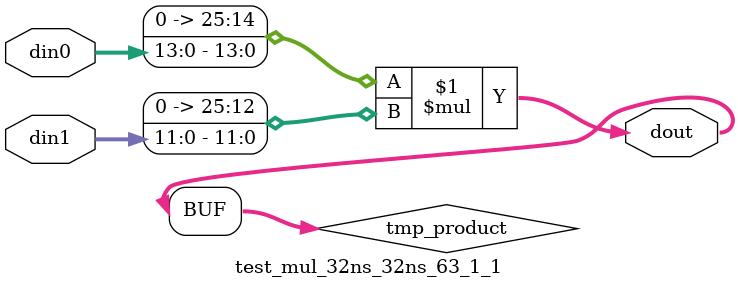
<source format=v>

`timescale 1 ns / 1 ps

  module test_mul_32ns_32ns_63_1_1(din0, din1, dout);
parameter ID = 1;
parameter NUM_STAGE = 0;
parameter din0_WIDTH = 14;
parameter din1_WIDTH = 12;
parameter dout_WIDTH = 26;

input [din0_WIDTH - 1 : 0] din0; 
input [din1_WIDTH - 1 : 0] din1; 
output [dout_WIDTH - 1 : 0] dout;

wire signed [dout_WIDTH - 1 : 0] tmp_product;










assign tmp_product = $signed({1'b0, din0}) * $signed({1'b0, din1});











assign dout = tmp_product;







endmodule

</source>
